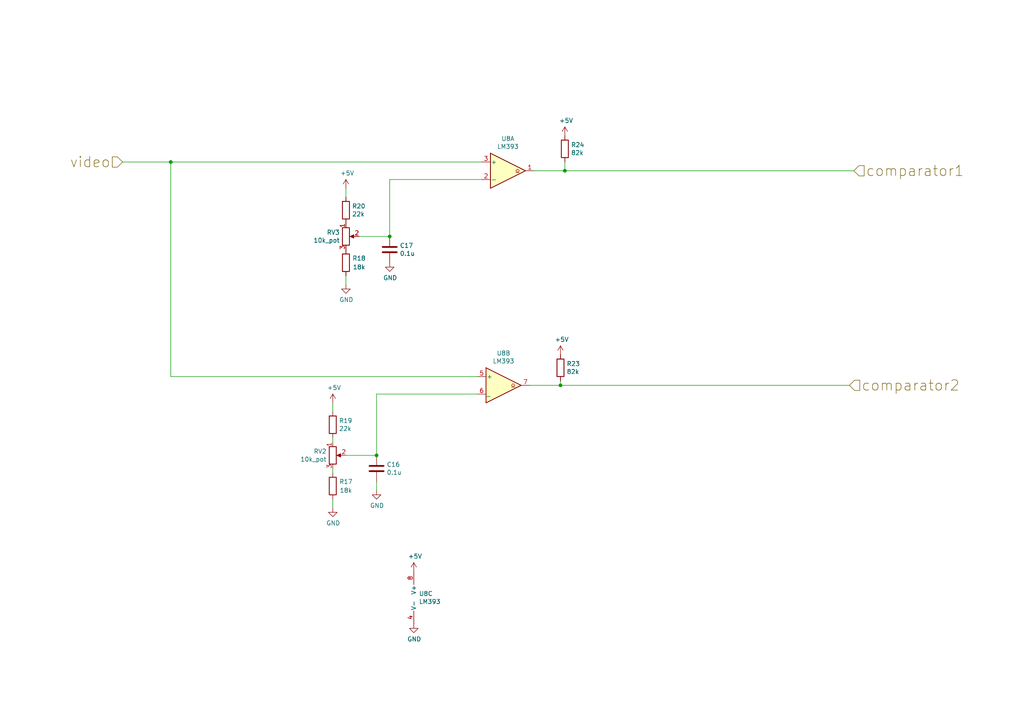
<source format=kicad_sch>
(kicad_sch (version 20230121) (generator eeschema)
  (paper "A4")
  (lib_symbols
    (symbol "Comparator:LM393" (pin_names (offset 0.127))
      (property "Reference" "U" (at 3.81 3.81 0))
      (property "Value" "LM393" (at 6.35 -3.81 0))
      (symbol "LM393_1_1"
        (polyline (pts (xy -5.08 5.08) (xy 5.08 0) (xy -5.08 -5.08) (xy -5.08 5.08)) (stroke (width 0.254)) (fill (type background)))
        (polyline (pts (xy 3.302 -0.508) (xy 2.794 -0.508) (xy 3.302 0) (xy 2.794 0.508) (xy 2.286 0) (xy 2.794 -0.508) (xy 2.286 -0.508)) (stroke (width 0.127)))
        (pin open_collector line (at 7.62 0 180) (length 2.54) (name "~") (number "1"))
        (pin input line (at -7.62 -2.54 0) (length 2.54) (name "-") (number "2"))
        (pin input line (at -7.62 2.54 0) (length 2.54) (name "+") (number "3"))
      )
      (symbol "LM393_2_1"
        (polyline (pts (xy -5.08 5.08) (xy 5.08 0) (xy -5.08 -5.08) (xy -5.08 5.08)) (stroke (width 0.254)) (fill (type background)))
        (polyline (pts (xy 3.302 -0.508) (xy 2.794 -0.508) (xy 3.302 0) (xy 2.794 0.508) (xy 2.286 0) (xy 2.794 -0.508) (xy 2.286 -0.508)) (stroke (width 0.127)))
        (pin input line (at -7.62 2.54 0) (length 2.54) (name "+") (number "5"))
        (pin input line (at -7.62 -2.54 0) (length 2.54) (name "_") (number "6"))
        (pin open_collector line (at 7.62 0 180) (length 2.54) (name "~") (number "7"))
      )
      (symbol "LM393_3_1"
        (pin power_in line (at -2.54 -7.62 90) (length 3.81) (name "V-") (number "4"))
        (pin power_in line (at -2.54 7.62 270) (length 3.81) (name "V+") (number "8"))
      )
    )
    (symbol "Device:C" (pin_numbers hide) (pin_names (offset 0.254))
      (property "Reference" "C" (at 0.635 2.54 0))
      (property "Value" "C" (at 0.635 -2.54 0))
      (symbol "C_0_1"
        (polyline (pts (xy -2.032 -0.762) (xy 2.032 -0.762)) (stroke (width 0.508)))
        (polyline (pts (xy -2.032 0.762) (xy 2.032 0.762)) (stroke (width 0.508)))
      )
      (symbol "C_1_1"
        (pin passive line (at 0 3.81 270) (length 2.794) (name "~") (number "1"))
        (pin passive line (at 0 -3.81 90) (length 2.794) (name "~") (number "2"))
      )
    )
    (symbol "Device:R" (pin_numbers hide) (pin_names (offset 0))
      (property "Reference" "R" (at 2.032 0 90))
      (property "Value" "R" (at 0 0 90))
      (symbol "R_0_1"
        (rectangle (start -1.016 -2.54) (end 1.016 2.54) (stroke (width 0.254)))
      )
      (symbol "R_1_1"
        (pin passive line (at 0 3.81 270) (length 1.27) (name "~") (number "1"))
        (pin passive line (at 0 -3.81 90) (length 1.27) (name "~") (number "2"))
      )
    )
    (symbol "power:+5V" (power) (pin_names (offset 0))
      (property "Value" "+5V" (at 0 3.556 0))
      (symbol "+5V_0_1"
        (polyline (pts (xy -0.762 1.27) (xy 0 2.54)))
        (polyline (pts (xy 0 0) (xy 0 2.54)))
        (polyline (pts (xy 0 2.54) (xy 0.762 1.27)))
      )
      (symbol "+5V_1_1"
        (pin power_in line (at 0 0 90) (length 0) hide (name "+5V") (number "1"))
      )
    )
    (symbol "power:GND" (power) (pin_names (offset 0))
      (property "Value" "GND" (at 0 -3.81 0))
      (symbol "GND_0_1"
        (polyline (pts (xy 0 0) (xy 0 -1.27) (xy 1.27 -1.27) (xy 0 -2.54) (xy -1.27 -1.27) (xy 0 -1.27)))
      )
      (symbol "GND_1_1"
        (pin power_in line (at 0 0 270) (length 0) hide (name "GND") (number "1"))
      )
    )
    (symbol "two_point_one_colorizer-rescue:R_POT-Device" (pin_names (offset 1.016) hide)
      (property "Reference" "RV" (at -4.445 0 90))
      (property "Value" "R_POT-Device" (at -2.54 0 90))
      (symbol "R_POT-Device_0_1"
        (polyline (pts (xy 2.54 0) (xy 1.524 0)))
        (polyline (pts (xy 1.143 0) (xy 2.286 0.508) (xy 2.286 -0.508) (xy 1.143 0)) (fill (type outline)))
        (rectangle (start 1.016 2.54) (end -1.016 -2.54) (stroke (width 0.254)))
      )
      (symbol "R_POT-Device_1_1"
        (pin passive line (at 0 3.81 270) (length 1.27) (name "1") (number "1"))
        (pin passive line (at 3.81 0 180) (length 1.27) (name "2") (number "2"))
        (pin passive line (at 0 -3.81 90) (length 1.27) (name "3") (number "3"))
      )
    )
  )
  (junction (at 163.83 49.53))
  (junction (at 109.22 132.08))
  (junction (at 49.53 46.99))
  (junction (at 113.03 68.58))
  (junction (at 162.56 111.76))
  (wire (pts (xy 163.83 49.53) (xy 247.65 49.53)))
  (wire (pts (xy 96.52 127) (xy 96.52 128.27)))
  (wire (pts (xy 49.53 46.99) (xy 139.7 46.99)))
  (wire (pts (xy 154.94 49.53) (xy 163.83 49.53)))
  (wire (pts (xy 96.52 135.89) (xy 96.52 137.16)))
  (wire (pts (xy 96.52 119.38) (xy 96.52 116.84)))
  (wire (pts (xy 109.22 142.24) (xy 109.22 139.7)))
  (wire (pts (xy 113.03 52.07) (xy 139.7 52.07)))
  (wire (pts (xy 49.53 109.22) (xy 49.53 46.99)))
  (wire (pts (xy 100.33 80.01) (xy 100.33 82.55)))
  (wire (pts (xy 113.03 68.58) (xy 113.03 52.07)))
  (wire (pts (xy 162.56 111.76) (xy 246.38 111.76)))
  (wire (pts (xy 138.43 114.3) (xy 109.22 114.3)))
  (wire (pts (xy 100.33 132.08) (xy 109.22 132.08)))
  (wire (pts (xy 138.43 109.22) (xy 49.53 109.22)))
  (wire (pts (xy 100.33 54.61) (xy 100.33 57.15)))
  (wire (pts (xy 162.56 111.76) (xy 162.56 110.49)))
  (wire (pts (xy 109.22 114.3) (xy 109.22 132.08)))
  (wire (pts (xy 104.14 68.58) (xy 113.03 68.58)))
  (wire (pts (xy 96.52 144.78) (xy 96.52 147.32)))
  (wire (pts (xy 163.83 49.53) (xy 163.83 46.99)))
  (wire (pts (xy 35.56 46.99) (xy 49.53 46.99)))
  (wire (pts (xy 153.67 111.76) (xy 162.56 111.76)))
  (hierarchical_label "video" (shape input) (at 35.56 46.99 180) (effects (font (size 2.9972 2.9972))))
  (hierarchical_label "comparator2" (shape input) (at 246.38 111.76 0) (effects (font (size 2.9972 2.9972))))
  (hierarchical_label "comparator1" (shape input) (at 247.65 49.53 0) (effects (font (size 2.9972 2.9972))))
  (symbol (lib_id "two_point_one_colorizer-rescue:R_POT-Device") (at 100.33 68.58 0) (unit 1)
    (property "Reference" "RV3" (at 98.552 67.4116 0) (effects (justify right)))
    (property "Value" "10k_pot" (at 98.552 69.723 0) (effects (justify right)))
    (property "Footprint" "lib_fp:Potentiometer_Vertical_Large" (effects hide))
  )
  (symbol (lib_id "power:+5V") (at 100.33 54.61 0) (unit 1)
    (property "Reference" "#PWR052" (effects hide))
    (property "Value" "+5V" (at 100.711 50.2158 0))
  )
  (symbol (lib_id "power:GND") (at 100.33 82.55 0) (unit 1)
    (property "Reference" "#PWR053" (effects hide))
    (property "Value" "GND" (at 100.457 86.9442 0))
  )
  (symbol (lib_id "Device:R") (at 100.33 76.2 180) (unit 1)
    (property "Reference" "R18" (at 104.14 74.93 0))
    (property "Value" "18k" (at 104.14 77.47 0))
    (property "Footprint" "Resistor_THT:R_Axial_DIN0207_L6.3mm_D2.5mm_P7.62mm_Horizontal" (effects hide))
  )
  (symbol (lib_id "Device:R") (at 100.33 60.96 0) (unit 1)
    (property "Reference" "R20" (at 102.108 59.7916 0) (effects (justify left)))
    (property "Value" "22k" (at 102.108 62.103 0) (effects (justify left)))
    (property "Footprint" "Resistor_THT:R_Axial_DIN0207_L6.3mm_D2.5mm_P7.62mm_Horizontal" (effects hide))
  )
  (symbol (lib_id "Device:C") (at 113.03 72.39 0) (unit 1)
    (property "Reference" "C17" (at 115.951 71.2216 0) (effects (justify left)))
    (property "Value" "0.1u" (at 115.951 73.533 0) (effects (justify left)))
    (property "Footprint" "Capacitor_THT:C_Disc_D4.7mm_W2.5mm_P5.00mm" (effects hide))
  )
  (symbol (lib_id "power:GND") (at 113.03 76.2 0) (unit 1)
    (property "Reference" "#PWR057" (effects hide))
    (property "Value" "GND" (at 113.157 80.5942 0))
  )
  (symbol (lib_id "Device:R") (at 163.83 43.18 0) (unit 1)
    (property "Reference" "R24" (at 165.608 42.0116 0) (effects (justify left)))
    (property "Value" "82k" (at 165.608 44.323 0) (effects (justify left)))
    (property "Footprint" "Resistor_THT:R_Axial_DIN0207_L6.3mm_D2.5mm_P7.62mm_Horizontal" (effects hide))
  )
  (symbol (lib_id "power:+5V") (at 163.83 39.37 0) (unit 1)
    (property "Reference" "#PWR063" (effects hide))
    (property "Value" "+5V" (at 164.211 34.9758 0))
  )
  (symbol (lib_id "two_point_one_colorizer-rescue:R_POT-Device") (at 96.52 132.08 0) (unit 1)
    (property "Reference" "RV2" (at 94.742 130.9116 0) (effects (justify right)))
    (property "Value" "10k_pot" (at 94.742 133.223 0) (effects (justify right)))
    (property "Footprint" "lib_fp:Potentiometer_Vertical_Large" (effects hide))
  )
  (symbol (lib_id "power:+5V") (at 96.52 116.84 0) (unit 1)
    (property "Reference" "#PWR050" (effects hide))
    (property "Value" "+5V" (at 96.901 112.4458 0))
  )
  (symbol (lib_id "power:GND") (at 96.52 147.32 0) (unit 1)
    (property "Reference" "#PWR051" (effects hide))
    (property "Value" "GND" (at 96.647 151.7142 0))
  )
  (symbol (lib_id "Device:R") (at 96.52 140.97 180) (unit 1)
    (property "Reference" "R17" (at 100.33 139.7 0))
    (property "Value" "18k" (at 100.33 142.24 0))
    (property "Footprint" "Resistor_THT:R_Axial_DIN0207_L6.3mm_D2.5mm_P7.62mm_Horizontal" (effects hide))
  )
  (symbol (lib_id "Device:R") (at 96.52 123.19 0) (unit 1)
    (property "Reference" "R19" (at 98.298 122.0216 0) (effects (justify left)))
    (property "Value" "22k" (at 98.298 124.333 0) (effects (justify left)))
    (property "Footprint" "Resistor_THT:R_Axial_DIN0207_L6.3mm_D2.5mm_P7.62mm_Horizontal" (effects hide))
  )
  (symbol (lib_id "Device:C") (at 109.22 135.89 0) (unit 1)
    (property "Reference" "C16" (at 112.141 134.7216 0) (effects (justify left)))
    (property "Value" "0.1u" (at 112.141 137.033 0) (effects (justify left)))
    (property "Footprint" "Capacitor_THT:C_Disc_D4.7mm_W2.5mm_P5.00mm" (effects hide))
  )
  (symbol (lib_id "power:GND") (at 109.22 142.24 0) (unit 1)
    (property "Reference" "#PWR055" (effects hide))
    (property "Value" "GND" (at 109.347 146.6342 0))
  )
  (symbol (lib_id "Device:R") (at 162.56 106.68 0) (unit 1)
    (property "Reference" "R23" (at 164.338 105.5116 0) (effects (justify left)))
    (property "Value" "82k" (at 164.338 107.823 0) (effects (justify left)))
    (property "Footprint" "Resistor_THT:R_Axial_DIN0207_L6.3mm_D2.5mm_P7.62mm_Horizontal" (effects hide))
  )
  (symbol (lib_id "power:+5V") (at 162.56 102.87 0) (unit 1)
    (property "Reference" "#PWR062" (effects hide))
    (property "Value" "+5V" (at 162.941 98.4758 0))
  )
  (symbol (lib_id "Comparator:LM393") (at 147.32 49.53 0) (unit 1)
    (property "Reference" "U8" (at 147.32 40.2082 0))
    (property "Value" "LM393" (at 147.32 42.5196 0))
    (property "Footprint" "Package_DIP:DIP-8_W7.62mm_LongPads" (effects hide))
    (property "Datasheet" "http://www.ti.com/lit/ds/symlink/lm393-n.pdf" (effects hide))
  )
  (symbol (lib_id "Comparator:LM393") (at 146.05 111.76 0) (unit 2)
    (property "Reference" "U8" (at 146.05 102.4382 0))
    (property "Value" "LM393" (at 146.05 104.7496 0))
    (property "Footprint" "Package_DIP:DIP-8_W7.62mm_LongPads" (effects hide))
    (property "Datasheet" "http://www.ti.com/lit/ds/symlink/lm393-n.pdf" (effects hide))
  )
  (symbol (lib_id "Comparator:LM393") (at 122.555 173.355 0) (unit 3)
    (property "Reference" "U8" (at 121.4882 172.1866 0) (effects (justify left)))
    (property "Value" "LM393" (at 121.4882 174.498 0) (effects (justify left)))
    (property "Footprint" "Package_DIP:DIP-8_W7.62mm_LongPads" (effects hide))
    (property "Datasheet" "http://www.ti.com/lit/ds/symlink/lm393-n.pdf" (effects hide))
  )
  (symbol (lib_id "power:+5V") (at 120.015 165.735 0) (unit 1)
    (property "Reference" "#PWR058" (effects hide))
    (property "Value" "+5V" (at 120.396 161.3408 0))
  )
  (symbol (lib_id "power:GND") (at 120.015 180.975 0) (unit 1)
    (property "Reference" "#PWR059" (effects hide))
    (property "Value" "GND" (at 120.142 185.3692 0))
  )
)
</source>
